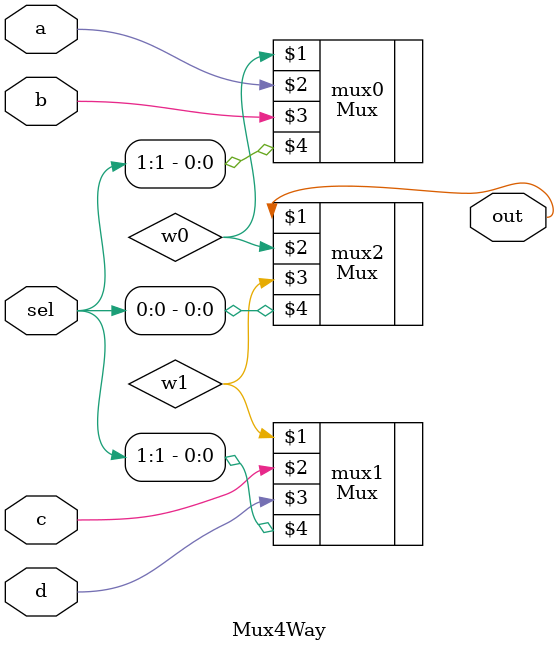
<source format=v>
/* módulo Mux4Way */

`ifndef _Mux4Way_
`define _Mux4Way_

`include "Mux.v"

module Mux4Way(out, a, b, c, d, sel);
    input a, b, c, d;
    input [1:0] sel;
    output out;
    wire w0, w1;

    //

    Mux mux0(w0, a, b, sel[1]);
    Mux mux1(w1, c, d, sel[1]);
    Mux mux2(out, w0, w1, sel[0]);



endmodule

`endif
</source>
